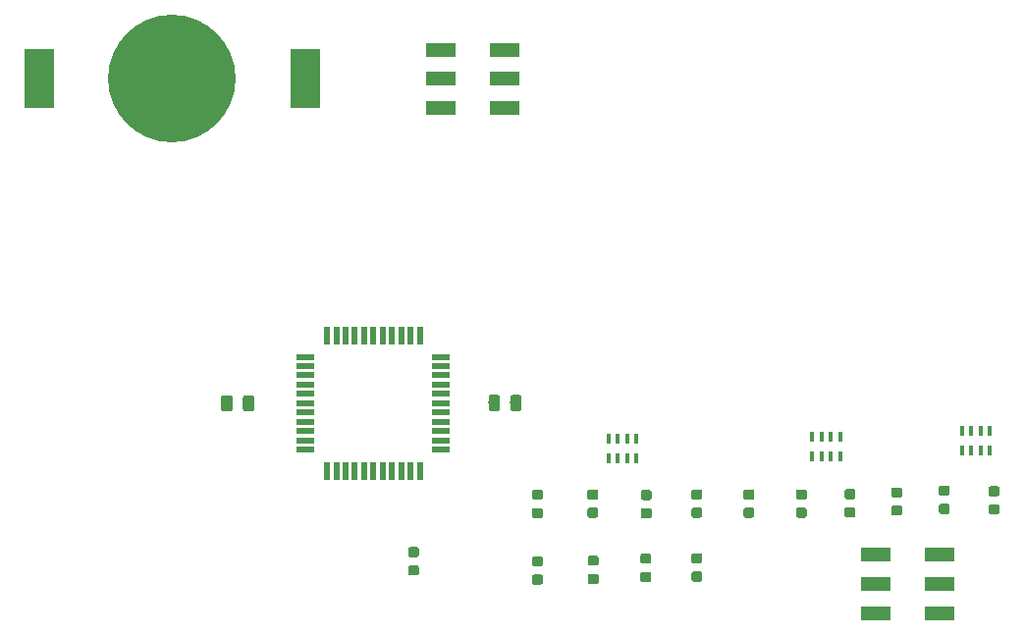
<source format=gbr>
G04 #@! TF.GenerationSoftware,KiCad,Pcbnew,5.0.2-bee76a0~70~ubuntu16.04.1*
G04 #@! TF.CreationDate,2020-03-15T16:03:58-07:00*
G04 #@! TF.ProjectId,pic18f_DB_Ethernet,70696331-3866-45f4-9442-5f4574686572,rev?*
G04 #@! TF.SameCoordinates,Original*
G04 #@! TF.FileFunction,Paste,Top*
G04 #@! TF.FilePolarity,Positive*
%FSLAX46Y46*%
G04 Gerber Fmt 4.6, Leading zero omitted, Abs format (unit mm)*
G04 Created by KiCad (PCBNEW 5.0.2-bee76a0~70~ubuntu16.04.1) date Sun 15 Mar 2020 16:03:58 PDT*
%MOMM*%
%LPD*%
G01*
G04 APERTURE LIST*
%ADD10C,0.100000*%
%ADD11C,0.975000*%
%ADD12C,0.875000*%
%ADD13R,0.400000X0.900000*%
%ADD14R,1.600000X0.560000*%
%ADD15R,0.560000X1.600000*%
%ADD16C,11.000000*%
%ADD17R,2.500000X5.100000*%
%ADD18R,2.500000X1.200000*%
G04 APERTURE END LIST*
D10*
G04 #@! TO.C,C1*
G36*
X151651642Y-125056574D02*
X151675303Y-125060084D01*
X151698507Y-125065896D01*
X151721029Y-125073954D01*
X151742653Y-125084182D01*
X151763170Y-125096479D01*
X151782383Y-125110729D01*
X151800107Y-125126793D01*
X151816171Y-125144517D01*
X151830421Y-125163730D01*
X151842718Y-125184247D01*
X151852946Y-125205871D01*
X151861004Y-125228393D01*
X151866816Y-125251597D01*
X151870326Y-125275258D01*
X151871500Y-125299150D01*
X151871500Y-126211650D01*
X151870326Y-126235542D01*
X151866816Y-126259203D01*
X151861004Y-126282407D01*
X151852946Y-126304929D01*
X151842718Y-126326553D01*
X151830421Y-126347070D01*
X151816171Y-126366283D01*
X151800107Y-126384007D01*
X151782383Y-126400071D01*
X151763170Y-126414321D01*
X151742653Y-126426618D01*
X151721029Y-126436846D01*
X151698507Y-126444904D01*
X151675303Y-126450716D01*
X151651642Y-126454226D01*
X151627750Y-126455400D01*
X151140250Y-126455400D01*
X151116358Y-126454226D01*
X151092697Y-126450716D01*
X151069493Y-126444904D01*
X151046971Y-126436846D01*
X151025347Y-126426618D01*
X151004830Y-126414321D01*
X150985617Y-126400071D01*
X150967893Y-126384007D01*
X150951829Y-126366283D01*
X150937579Y-126347070D01*
X150925282Y-126326553D01*
X150915054Y-126304929D01*
X150906996Y-126282407D01*
X150901184Y-126259203D01*
X150897674Y-126235542D01*
X150896500Y-126211650D01*
X150896500Y-125299150D01*
X150897674Y-125275258D01*
X150901184Y-125251597D01*
X150906996Y-125228393D01*
X150915054Y-125205871D01*
X150925282Y-125184247D01*
X150937579Y-125163730D01*
X150951829Y-125144517D01*
X150967893Y-125126793D01*
X150985617Y-125110729D01*
X151004830Y-125096479D01*
X151025347Y-125084182D01*
X151046971Y-125073954D01*
X151069493Y-125065896D01*
X151092697Y-125060084D01*
X151116358Y-125056574D01*
X151140250Y-125055400D01*
X151627750Y-125055400D01*
X151651642Y-125056574D01*
X151651642Y-125056574D01*
G37*
D11*
X151384000Y-125755400D03*
D10*
G36*
X153526642Y-125056574D02*
X153550303Y-125060084D01*
X153573507Y-125065896D01*
X153596029Y-125073954D01*
X153617653Y-125084182D01*
X153638170Y-125096479D01*
X153657383Y-125110729D01*
X153675107Y-125126793D01*
X153691171Y-125144517D01*
X153705421Y-125163730D01*
X153717718Y-125184247D01*
X153727946Y-125205871D01*
X153736004Y-125228393D01*
X153741816Y-125251597D01*
X153745326Y-125275258D01*
X153746500Y-125299150D01*
X153746500Y-126211650D01*
X153745326Y-126235542D01*
X153741816Y-126259203D01*
X153736004Y-126282407D01*
X153727946Y-126304929D01*
X153717718Y-126326553D01*
X153705421Y-126347070D01*
X153691171Y-126366283D01*
X153675107Y-126384007D01*
X153657383Y-126400071D01*
X153638170Y-126414321D01*
X153617653Y-126426618D01*
X153596029Y-126436846D01*
X153573507Y-126444904D01*
X153550303Y-126450716D01*
X153526642Y-126454226D01*
X153502750Y-126455400D01*
X153015250Y-126455400D01*
X152991358Y-126454226D01*
X152967697Y-126450716D01*
X152944493Y-126444904D01*
X152921971Y-126436846D01*
X152900347Y-126426618D01*
X152879830Y-126414321D01*
X152860617Y-126400071D01*
X152842893Y-126384007D01*
X152826829Y-126366283D01*
X152812579Y-126347070D01*
X152800282Y-126326553D01*
X152790054Y-126304929D01*
X152781996Y-126282407D01*
X152776184Y-126259203D01*
X152772674Y-126235542D01*
X152771500Y-126211650D01*
X152771500Y-125299150D01*
X152772674Y-125275258D01*
X152776184Y-125251597D01*
X152781996Y-125228393D01*
X152790054Y-125205871D01*
X152800282Y-125184247D01*
X152812579Y-125163730D01*
X152826829Y-125144517D01*
X152842893Y-125126793D01*
X152860617Y-125110729D01*
X152879830Y-125096479D01*
X152900347Y-125084182D01*
X152921971Y-125073954D01*
X152944493Y-125065896D01*
X152967697Y-125060084D01*
X152991358Y-125056574D01*
X153015250Y-125055400D01*
X153502750Y-125055400D01*
X153526642Y-125056574D01*
X153526642Y-125056574D01*
G37*
D11*
X153259000Y-125755400D03*
G04 #@! TD*
D10*
G04 #@! TO.C,C2*
G36*
X130468042Y-125081974D02*
X130491703Y-125085484D01*
X130514907Y-125091296D01*
X130537429Y-125099354D01*
X130559053Y-125109582D01*
X130579570Y-125121879D01*
X130598783Y-125136129D01*
X130616507Y-125152193D01*
X130632571Y-125169917D01*
X130646821Y-125189130D01*
X130659118Y-125209647D01*
X130669346Y-125231271D01*
X130677404Y-125253793D01*
X130683216Y-125276997D01*
X130686726Y-125300658D01*
X130687900Y-125324550D01*
X130687900Y-126237050D01*
X130686726Y-126260942D01*
X130683216Y-126284603D01*
X130677404Y-126307807D01*
X130669346Y-126330329D01*
X130659118Y-126351953D01*
X130646821Y-126372470D01*
X130632571Y-126391683D01*
X130616507Y-126409407D01*
X130598783Y-126425471D01*
X130579570Y-126439721D01*
X130559053Y-126452018D01*
X130537429Y-126462246D01*
X130514907Y-126470304D01*
X130491703Y-126476116D01*
X130468042Y-126479626D01*
X130444150Y-126480800D01*
X129956650Y-126480800D01*
X129932758Y-126479626D01*
X129909097Y-126476116D01*
X129885893Y-126470304D01*
X129863371Y-126462246D01*
X129841747Y-126452018D01*
X129821230Y-126439721D01*
X129802017Y-126425471D01*
X129784293Y-126409407D01*
X129768229Y-126391683D01*
X129753979Y-126372470D01*
X129741682Y-126351953D01*
X129731454Y-126330329D01*
X129723396Y-126307807D01*
X129717584Y-126284603D01*
X129714074Y-126260942D01*
X129712900Y-126237050D01*
X129712900Y-125324550D01*
X129714074Y-125300658D01*
X129717584Y-125276997D01*
X129723396Y-125253793D01*
X129731454Y-125231271D01*
X129741682Y-125209647D01*
X129753979Y-125189130D01*
X129768229Y-125169917D01*
X129784293Y-125152193D01*
X129802017Y-125136129D01*
X129821230Y-125121879D01*
X129841747Y-125109582D01*
X129863371Y-125099354D01*
X129885893Y-125091296D01*
X129909097Y-125085484D01*
X129932758Y-125081974D01*
X129956650Y-125080800D01*
X130444150Y-125080800D01*
X130468042Y-125081974D01*
X130468042Y-125081974D01*
G37*
D11*
X130200400Y-125780800D03*
D10*
G36*
X128593042Y-125081974D02*
X128616703Y-125085484D01*
X128639907Y-125091296D01*
X128662429Y-125099354D01*
X128684053Y-125109582D01*
X128704570Y-125121879D01*
X128723783Y-125136129D01*
X128741507Y-125152193D01*
X128757571Y-125169917D01*
X128771821Y-125189130D01*
X128784118Y-125209647D01*
X128794346Y-125231271D01*
X128802404Y-125253793D01*
X128808216Y-125276997D01*
X128811726Y-125300658D01*
X128812900Y-125324550D01*
X128812900Y-126237050D01*
X128811726Y-126260942D01*
X128808216Y-126284603D01*
X128802404Y-126307807D01*
X128794346Y-126330329D01*
X128784118Y-126351953D01*
X128771821Y-126372470D01*
X128757571Y-126391683D01*
X128741507Y-126409407D01*
X128723783Y-126425471D01*
X128704570Y-126439721D01*
X128684053Y-126452018D01*
X128662429Y-126462246D01*
X128639907Y-126470304D01*
X128616703Y-126476116D01*
X128593042Y-126479626D01*
X128569150Y-126480800D01*
X128081650Y-126480800D01*
X128057758Y-126479626D01*
X128034097Y-126476116D01*
X128010893Y-126470304D01*
X127988371Y-126462246D01*
X127966747Y-126452018D01*
X127946230Y-126439721D01*
X127927017Y-126425471D01*
X127909293Y-126409407D01*
X127893229Y-126391683D01*
X127878979Y-126372470D01*
X127866682Y-126351953D01*
X127856454Y-126330329D01*
X127848396Y-126307807D01*
X127842584Y-126284603D01*
X127839074Y-126260942D01*
X127837900Y-126237050D01*
X127837900Y-125324550D01*
X127839074Y-125300658D01*
X127842584Y-125276997D01*
X127848396Y-125253793D01*
X127856454Y-125231271D01*
X127866682Y-125209647D01*
X127878979Y-125189130D01*
X127893229Y-125169917D01*
X127909293Y-125152193D01*
X127927017Y-125136129D01*
X127946230Y-125121879D01*
X127966747Y-125109582D01*
X127988371Y-125099354D01*
X128010893Y-125091296D01*
X128034097Y-125085484D01*
X128057758Y-125081974D01*
X128081650Y-125080800D01*
X128569150Y-125080800D01*
X128593042Y-125081974D01*
X128593042Y-125081974D01*
G37*
D11*
X128325400Y-125780800D03*
G04 #@! TD*
D10*
G04 #@! TO.C,D1*
G36*
X155395491Y-133243653D02*
X155416726Y-133246803D01*
X155437550Y-133252019D01*
X155457762Y-133259251D01*
X155477168Y-133268430D01*
X155495581Y-133279466D01*
X155512824Y-133292254D01*
X155528730Y-133306670D01*
X155543146Y-133322576D01*
X155555934Y-133339819D01*
X155566970Y-133358232D01*
X155576149Y-133377638D01*
X155583381Y-133397850D01*
X155588597Y-133418674D01*
X155591747Y-133439909D01*
X155592800Y-133461350D01*
X155592800Y-133898850D01*
X155591747Y-133920291D01*
X155588597Y-133941526D01*
X155583381Y-133962350D01*
X155576149Y-133982562D01*
X155566970Y-134001968D01*
X155555934Y-134020381D01*
X155543146Y-134037624D01*
X155528730Y-134053530D01*
X155512824Y-134067946D01*
X155495581Y-134080734D01*
X155477168Y-134091770D01*
X155457762Y-134100949D01*
X155437550Y-134108181D01*
X155416726Y-134113397D01*
X155395491Y-134116547D01*
X155374050Y-134117600D01*
X154861550Y-134117600D01*
X154840109Y-134116547D01*
X154818874Y-134113397D01*
X154798050Y-134108181D01*
X154777838Y-134100949D01*
X154758432Y-134091770D01*
X154740019Y-134080734D01*
X154722776Y-134067946D01*
X154706870Y-134053530D01*
X154692454Y-134037624D01*
X154679666Y-134020381D01*
X154668630Y-134001968D01*
X154659451Y-133982562D01*
X154652219Y-133962350D01*
X154647003Y-133941526D01*
X154643853Y-133920291D01*
X154642800Y-133898850D01*
X154642800Y-133461350D01*
X154643853Y-133439909D01*
X154647003Y-133418674D01*
X154652219Y-133397850D01*
X154659451Y-133377638D01*
X154668630Y-133358232D01*
X154679666Y-133339819D01*
X154692454Y-133322576D01*
X154706870Y-133306670D01*
X154722776Y-133292254D01*
X154740019Y-133279466D01*
X154758432Y-133268430D01*
X154777838Y-133259251D01*
X154798050Y-133252019D01*
X154818874Y-133246803D01*
X154840109Y-133243653D01*
X154861550Y-133242600D01*
X155374050Y-133242600D01*
X155395491Y-133243653D01*
X155395491Y-133243653D01*
G37*
D12*
X155117800Y-133680100D03*
D10*
G36*
X155395491Y-134818653D02*
X155416726Y-134821803D01*
X155437550Y-134827019D01*
X155457762Y-134834251D01*
X155477168Y-134843430D01*
X155495581Y-134854466D01*
X155512824Y-134867254D01*
X155528730Y-134881670D01*
X155543146Y-134897576D01*
X155555934Y-134914819D01*
X155566970Y-134933232D01*
X155576149Y-134952638D01*
X155583381Y-134972850D01*
X155588597Y-134993674D01*
X155591747Y-135014909D01*
X155592800Y-135036350D01*
X155592800Y-135473850D01*
X155591747Y-135495291D01*
X155588597Y-135516526D01*
X155583381Y-135537350D01*
X155576149Y-135557562D01*
X155566970Y-135576968D01*
X155555934Y-135595381D01*
X155543146Y-135612624D01*
X155528730Y-135628530D01*
X155512824Y-135642946D01*
X155495581Y-135655734D01*
X155477168Y-135666770D01*
X155457762Y-135675949D01*
X155437550Y-135683181D01*
X155416726Y-135688397D01*
X155395491Y-135691547D01*
X155374050Y-135692600D01*
X154861550Y-135692600D01*
X154840109Y-135691547D01*
X154818874Y-135688397D01*
X154798050Y-135683181D01*
X154777838Y-135675949D01*
X154758432Y-135666770D01*
X154740019Y-135655734D01*
X154722776Y-135642946D01*
X154706870Y-135628530D01*
X154692454Y-135612624D01*
X154679666Y-135595381D01*
X154668630Y-135576968D01*
X154659451Y-135557562D01*
X154652219Y-135537350D01*
X154647003Y-135516526D01*
X154643853Y-135495291D01*
X154642800Y-135473850D01*
X154642800Y-135036350D01*
X154643853Y-135014909D01*
X154647003Y-134993674D01*
X154652219Y-134972850D01*
X154659451Y-134952638D01*
X154668630Y-134933232D01*
X154679666Y-134914819D01*
X154692454Y-134897576D01*
X154706870Y-134881670D01*
X154722776Y-134867254D01*
X154740019Y-134854466D01*
X154758432Y-134843430D01*
X154777838Y-134834251D01*
X154798050Y-134827019D01*
X154818874Y-134821803D01*
X154840109Y-134818653D01*
X154861550Y-134817600D01*
X155374050Y-134817600D01*
X155395491Y-134818653D01*
X155395491Y-134818653D01*
G37*
D12*
X155117800Y-135255100D03*
G04 #@! TD*
D10*
G04 #@! TO.C,D2*
G36*
X160170691Y-134793153D02*
X160191926Y-134796303D01*
X160212750Y-134801519D01*
X160232962Y-134808751D01*
X160252368Y-134817930D01*
X160270781Y-134828966D01*
X160288024Y-134841754D01*
X160303930Y-134856170D01*
X160318346Y-134872076D01*
X160331134Y-134889319D01*
X160342170Y-134907732D01*
X160351349Y-134927138D01*
X160358581Y-134947350D01*
X160363797Y-134968174D01*
X160366947Y-134989409D01*
X160368000Y-135010850D01*
X160368000Y-135448350D01*
X160366947Y-135469791D01*
X160363797Y-135491026D01*
X160358581Y-135511850D01*
X160351349Y-135532062D01*
X160342170Y-135551468D01*
X160331134Y-135569881D01*
X160318346Y-135587124D01*
X160303930Y-135603030D01*
X160288024Y-135617446D01*
X160270781Y-135630234D01*
X160252368Y-135641270D01*
X160232962Y-135650449D01*
X160212750Y-135657681D01*
X160191926Y-135662897D01*
X160170691Y-135666047D01*
X160149250Y-135667100D01*
X159636750Y-135667100D01*
X159615309Y-135666047D01*
X159594074Y-135662897D01*
X159573250Y-135657681D01*
X159553038Y-135650449D01*
X159533632Y-135641270D01*
X159515219Y-135630234D01*
X159497976Y-135617446D01*
X159482070Y-135603030D01*
X159467654Y-135587124D01*
X159454866Y-135569881D01*
X159443830Y-135551468D01*
X159434651Y-135532062D01*
X159427419Y-135511850D01*
X159422203Y-135491026D01*
X159419053Y-135469791D01*
X159418000Y-135448350D01*
X159418000Y-135010850D01*
X159419053Y-134989409D01*
X159422203Y-134968174D01*
X159427419Y-134947350D01*
X159434651Y-134927138D01*
X159443830Y-134907732D01*
X159454866Y-134889319D01*
X159467654Y-134872076D01*
X159482070Y-134856170D01*
X159497976Y-134841754D01*
X159515219Y-134828966D01*
X159533632Y-134817930D01*
X159553038Y-134808751D01*
X159573250Y-134801519D01*
X159594074Y-134796303D01*
X159615309Y-134793153D01*
X159636750Y-134792100D01*
X160149250Y-134792100D01*
X160170691Y-134793153D01*
X160170691Y-134793153D01*
G37*
D12*
X159893000Y-135229600D03*
D10*
G36*
X160170691Y-133218153D02*
X160191926Y-133221303D01*
X160212750Y-133226519D01*
X160232962Y-133233751D01*
X160252368Y-133242930D01*
X160270781Y-133253966D01*
X160288024Y-133266754D01*
X160303930Y-133281170D01*
X160318346Y-133297076D01*
X160331134Y-133314319D01*
X160342170Y-133332732D01*
X160351349Y-133352138D01*
X160358581Y-133372350D01*
X160363797Y-133393174D01*
X160366947Y-133414409D01*
X160368000Y-133435850D01*
X160368000Y-133873350D01*
X160366947Y-133894791D01*
X160363797Y-133916026D01*
X160358581Y-133936850D01*
X160351349Y-133957062D01*
X160342170Y-133976468D01*
X160331134Y-133994881D01*
X160318346Y-134012124D01*
X160303930Y-134028030D01*
X160288024Y-134042446D01*
X160270781Y-134055234D01*
X160252368Y-134066270D01*
X160232962Y-134075449D01*
X160212750Y-134082681D01*
X160191926Y-134087897D01*
X160170691Y-134091047D01*
X160149250Y-134092100D01*
X159636750Y-134092100D01*
X159615309Y-134091047D01*
X159594074Y-134087897D01*
X159573250Y-134082681D01*
X159553038Y-134075449D01*
X159533632Y-134066270D01*
X159515219Y-134055234D01*
X159497976Y-134042446D01*
X159482070Y-134028030D01*
X159467654Y-134012124D01*
X159454866Y-133994881D01*
X159443830Y-133976468D01*
X159434651Y-133957062D01*
X159427419Y-133936850D01*
X159422203Y-133916026D01*
X159419053Y-133894791D01*
X159418000Y-133873350D01*
X159418000Y-133435850D01*
X159419053Y-133414409D01*
X159422203Y-133393174D01*
X159427419Y-133372350D01*
X159434651Y-133352138D01*
X159443830Y-133332732D01*
X159454866Y-133314319D01*
X159467654Y-133297076D01*
X159482070Y-133281170D01*
X159497976Y-133266754D01*
X159515219Y-133253966D01*
X159533632Y-133242930D01*
X159553038Y-133233751D01*
X159573250Y-133226519D01*
X159594074Y-133221303D01*
X159615309Y-133218153D01*
X159636750Y-133217100D01*
X160149250Y-133217100D01*
X160170691Y-133218153D01*
X160170691Y-133218153D01*
G37*
D12*
X159893000Y-133654600D03*
G04 #@! TD*
D10*
G04 #@! TO.C,D3*
G36*
X164768091Y-133269053D02*
X164789326Y-133272203D01*
X164810150Y-133277419D01*
X164830362Y-133284651D01*
X164849768Y-133293830D01*
X164868181Y-133304866D01*
X164885424Y-133317654D01*
X164901330Y-133332070D01*
X164915746Y-133347976D01*
X164928534Y-133365219D01*
X164939570Y-133383632D01*
X164948749Y-133403038D01*
X164955981Y-133423250D01*
X164961197Y-133444074D01*
X164964347Y-133465309D01*
X164965400Y-133486750D01*
X164965400Y-133924250D01*
X164964347Y-133945691D01*
X164961197Y-133966926D01*
X164955981Y-133987750D01*
X164948749Y-134007962D01*
X164939570Y-134027368D01*
X164928534Y-134045781D01*
X164915746Y-134063024D01*
X164901330Y-134078930D01*
X164885424Y-134093346D01*
X164868181Y-134106134D01*
X164849768Y-134117170D01*
X164830362Y-134126349D01*
X164810150Y-134133581D01*
X164789326Y-134138797D01*
X164768091Y-134141947D01*
X164746650Y-134143000D01*
X164234150Y-134143000D01*
X164212709Y-134141947D01*
X164191474Y-134138797D01*
X164170650Y-134133581D01*
X164150438Y-134126349D01*
X164131032Y-134117170D01*
X164112619Y-134106134D01*
X164095376Y-134093346D01*
X164079470Y-134078930D01*
X164065054Y-134063024D01*
X164052266Y-134045781D01*
X164041230Y-134027368D01*
X164032051Y-134007962D01*
X164024819Y-133987750D01*
X164019603Y-133966926D01*
X164016453Y-133945691D01*
X164015400Y-133924250D01*
X164015400Y-133486750D01*
X164016453Y-133465309D01*
X164019603Y-133444074D01*
X164024819Y-133423250D01*
X164032051Y-133403038D01*
X164041230Y-133383632D01*
X164052266Y-133365219D01*
X164065054Y-133347976D01*
X164079470Y-133332070D01*
X164095376Y-133317654D01*
X164112619Y-133304866D01*
X164131032Y-133293830D01*
X164150438Y-133284651D01*
X164170650Y-133277419D01*
X164191474Y-133272203D01*
X164212709Y-133269053D01*
X164234150Y-133268000D01*
X164746650Y-133268000D01*
X164768091Y-133269053D01*
X164768091Y-133269053D01*
G37*
D12*
X164490400Y-133705500D03*
D10*
G36*
X164768091Y-134844053D02*
X164789326Y-134847203D01*
X164810150Y-134852419D01*
X164830362Y-134859651D01*
X164849768Y-134868830D01*
X164868181Y-134879866D01*
X164885424Y-134892654D01*
X164901330Y-134907070D01*
X164915746Y-134922976D01*
X164928534Y-134940219D01*
X164939570Y-134958632D01*
X164948749Y-134978038D01*
X164955981Y-134998250D01*
X164961197Y-135019074D01*
X164964347Y-135040309D01*
X164965400Y-135061750D01*
X164965400Y-135499250D01*
X164964347Y-135520691D01*
X164961197Y-135541926D01*
X164955981Y-135562750D01*
X164948749Y-135582962D01*
X164939570Y-135602368D01*
X164928534Y-135620781D01*
X164915746Y-135638024D01*
X164901330Y-135653930D01*
X164885424Y-135668346D01*
X164868181Y-135681134D01*
X164849768Y-135692170D01*
X164830362Y-135701349D01*
X164810150Y-135708581D01*
X164789326Y-135713797D01*
X164768091Y-135716947D01*
X164746650Y-135718000D01*
X164234150Y-135718000D01*
X164212709Y-135716947D01*
X164191474Y-135713797D01*
X164170650Y-135708581D01*
X164150438Y-135701349D01*
X164131032Y-135692170D01*
X164112619Y-135681134D01*
X164095376Y-135668346D01*
X164079470Y-135653930D01*
X164065054Y-135638024D01*
X164052266Y-135620781D01*
X164041230Y-135602368D01*
X164032051Y-135582962D01*
X164024819Y-135562750D01*
X164019603Y-135541926D01*
X164016453Y-135520691D01*
X164015400Y-135499250D01*
X164015400Y-135061750D01*
X164016453Y-135040309D01*
X164019603Y-135019074D01*
X164024819Y-134998250D01*
X164032051Y-134978038D01*
X164041230Y-134958632D01*
X164052266Y-134940219D01*
X164065054Y-134922976D01*
X164079470Y-134907070D01*
X164095376Y-134892654D01*
X164112619Y-134879866D01*
X164131032Y-134868830D01*
X164150438Y-134859651D01*
X164170650Y-134852419D01*
X164191474Y-134847203D01*
X164212709Y-134844053D01*
X164234150Y-134843000D01*
X164746650Y-134843000D01*
X164768091Y-134844053D01*
X164768091Y-134844053D01*
G37*
D12*
X164490400Y-135280500D03*
G04 #@! TD*
D10*
G04 #@! TO.C,D4*
G36*
X169136891Y-134793253D02*
X169158126Y-134796403D01*
X169178950Y-134801619D01*
X169199162Y-134808851D01*
X169218568Y-134818030D01*
X169236981Y-134829066D01*
X169254224Y-134841854D01*
X169270130Y-134856270D01*
X169284546Y-134872176D01*
X169297334Y-134889419D01*
X169308370Y-134907832D01*
X169317549Y-134927238D01*
X169324781Y-134947450D01*
X169329997Y-134968274D01*
X169333147Y-134989509D01*
X169334200Y-135010950D01*
X169334200Y-135448450D01*
X169333147Y-135469891D01*
X169329997Y-135491126D01*
X169324781Y-135511950D01*
X169317549Y-135532162D01*
X169308370Y-135551568D01*
X169297334Y-135569981D01*
X169284546Y-135587224D01*
X169270130Y-135603130D01*
X169254224Y-135617546D01*
X169236981Y-135630334D01*
X169218568Y-135641370D01*
X169199162Y-135650549D01*
X169178950Y-135657781D01*
X169158126Y-135662997D01*
X169136891Y-135666147D01*
X169115450Y-135667200D01*
X168602950Y-135667200D01*
X168581509Y-135666147D01*
X168560274Y-135662997D01*
X168539450Y-135657781D01*
X168519238Y-135650549D01*
X168499832Y-135641370D01*
X168481419Y-135630334D01*
X168464176Y-135617546D01*
X168448270Y-135603130D01*
X168433854Y-135587224D01*
X168421066Y-135569981D01*
X168410030Y-135551568D01*
X168400851Y-135532162D01*
X168393619Y-135511950D01*
X168388403Y-135491126D01*
X168385253Y-135469891D01*
X168384200Y-135448450D01*
X168384200Y-135010950D01*
X168385253Y-134989509D01*
X168388403Y-134968274D01*
X168393619Y-134947450D01*
X168400851Y-134927238D01*
X168410030Y-134907832D01*
X168421066Y-134889419D01*
X168433854Y-134872176D01*
X168448270Y-134856270D01*
X168464176Y-134841854D01*
X168481419Y-134829066D01*
X168499832Y-134818030D01*
X168519238Y-134808851D01*
X168539450Y-134801619D01*
X168560274Y-134796403D01*
X168581509Y-134793253D01*
X168602950Y-134792200D01*
X169115450Y-134792200D01*
X169136891Y-134793253D01*
X169136891Y-134793253D01*
G37*
D12*
X168859200Y-135229700D03*
D10*
G36*
X169136891Y-133218253D02*
X169158126Y-133221403D01*
X169178950Y-133226619D01*
X169199162Y-133233851D01*
X169218568Y-133243030D01*
X169236981Y-133254066D01*
X169254224Y-133266854D01*
X169270130Y-133281270D01*
X169284546Y-133297176D01*
X169297334Y-133314419D01*
X169308370Y-133332832D01*
X169317549Y-133352238D01*
X169324781Y-133372450D01*
X169329997Y-133393274D01*
X169333147Y-133414509D01*
X169334200Y-133435950D01*
X169334200Y-133873450D01*
X169333147Y-133894891D01*
X169329997Y-133916126D01*
X169324781Y-133936950D01*
X169317549Y-133957162D01*
X169308370Y-133976568D01*
X169297334Y-133994981D01*
X169284546Y-134012224D01*
X169270130Y-134028130D01*
X169254224Y-134042546D01*
X169236981Y-134055334D01*
X169218568Y-134066370D01*
X169199162Y-134075549D01*
X169178950Y-134082781D01*
X169158126Y-134087997D01*
X169136891Y-134091147D01*
X169115450Y-134092200D01*
X168602950Y-134092200D01*
X168581509Y-134091147D01*
X168560274Y-134087997D01*
X168539450Y-134082781D01*
X168519238Y-134075549D01*
X168499832Y-134066370D01*
X168481419Y-134055334D01*
X168464176Y-134042546D01*
X168448270Y-134028130D01*
X168433854Y-134012224D01*
X168421066Y-133994981D01*
X168410030Y-133976568D01*
X168400851Y-133957162D01*
X168393619Y-133936950D01*
X168388403Y-133916126D01*
X168385253Y-133894891D01*
X168384200Y-133873450D01*
X168384200Y-133435950D01*
X168385253Y-133414509D01*
X168388403Y-133393274D01*
X168393619Y-133372450D01*
X168400851Y-133352238D01*
X168410030Y-133332832D01*
X168421066Y-133314419D01*
X168433854Y-133297176D01*
X168448270Y-133281270D01*
X168464176Y-133266854D01*
X168481419Y-133254066D01*
X168499832Y-133243030D01*
X168519238Y-133233851D01*
X168539450Y-133226619D01*
X168560274Y-133221403D01*
X168581509Y-133218253D01*
X168602950Y-133217200D01*
X169115450Y-133217200D01*
X169136891Y-133218253D01*
X169136891Y-133218253D01*
G37*
D12*
X168859200Y-133654700D03*
G04 #@! TD*
D10*
G04 #@! TO.C,D5*
G36*
X173632691Y-133218153D02*
X173653926Y-133221303D01*
X173674750Y-133226519D01*
X173694962Y-133233751D01*
X173714368Y-133242930D01*
X173732781Y-133253966D01*
X173750024Y-133266754D01*
X173765930Y-133281170D01*
X173780346Y-133297076D01*
X173793134Y-133314319D01*
X173804170Y-133332732D01*
X173813349Y-133352138D01*
X173820581Y-133372350D01*
X173825797Y-133393174D01*
X173828947Y-133414409D01*
X173830000Y-133435850D01*
X173830000Y-133873350D01*
X173828947Y-133894791D01*
X173825797Y-133916026D01*
X173820581Y-133936850D01*
X173813349Y-133957062D01*
X173804170Y-133976468D01*
X173793134Y-133994881D01*
X173780346Y-134012124D01*
X173765930Y-134028030D01*
X173750024Y-134042446D01*
X173732781Y-134055234D01*
X173714368Y-134066270D01*
X173694962Y-134075449D01*
X173674750Y-134082681D01*
X173653926Y-134087897D01*
X173632691Y-134091047D01*
X173611250Y-134092100D01*
X173098750Y-134092100D01*
X173077309Y-134091047D01*
X173056074Y-134087897D01*
X173035250Y-134082681D01*
X173015038Y-134075449D01*
X172995632Y-134066270D01*
X172977219Y-134055234D01*
X172959976Y-134042446D01*
X172944070Y-134028030D01*
X172929654Y-134012124D01*
X172916866Y-133994881D01*
X172905830Y-133976468D01*
X172896651Y-133957062D01*
X172889419Y-133936850D01*
X172884203Y-133916026D01*
X172881053Y-133894791D01*
X172880000Y-133873350D01*
X172880000Y-133435850D01*
X172881053Y-133414409D01*
X172884203Y-133393174D01*
X172889419Y-133372350D01*
X172896651Y-133352138D01*
X172905830Y-133332732D01*
X172916866Y-133314319D01*
X172929654Y-133297076D01*
X172944070Y-133281170D01*
X172959976Y-133266754D01*
X172977219Y-133253966D01*
X172995632Y-133242930D01*
X173015038Y-133233751D01*
X173035250Y-133226519D01*
X173056074Y-133221303D01*
X173077309Y-133218153D01*
X173098750Y-133217100D01*
X173611250Y-133217100D01*
X173632691Y-133218153D01*
X173632691Y-133218153D01*
G37*
D12*
X173355000Y-133654600D03*
D10*
G36*
X173632691Y-134793153D02*
X173653926Y-134796303D01*
X173674750Y-134801519D01*
X173694962Y-134808751D01*
X173714368Y-134817930D01*
X173732781Y-134828966D01*
X173750024Y-134841754D01*
X173765930Y-134856170D01*
X173780346Y-134872076D01*
X173793134Y-134889319D01*
X173804170Y-134907732D01*
X173813349Y-134927138D01*
X173820581Y-134947350D01*
X173825797Y-134968174D01*
X173828947Y-134989409D01*
X173830000Y-135010850D01*
X173830000Y-135448350D01*
X173828947Y-135469791D01*
X173825797Y-135491026D01*
X173820581Y-135511850D01*
X173813349Y-135532062D01*
X173804170Y-135551468D01*
X173793134Y-135569881D01*
X173780346Y-135587124D01*
X173765930Y-135603030D01*
X173750024Y-135617446D01*
X173732781Y-135630234D01*
X173714368Y-135641270D01*
X173694962Y-135650449D01*
X173674750Y-135657681D01*
X173653926Y-135662897D01*
X173632691Y-135666047D01*
X173611250Y-135667100D01*
X173098750Y-135667100D01*
X173077309Y-135666047D01*
X173056074Y-135662897D01*
X173035250Y-135657681D01*
X173015038Y-135650449D01*
X172995632Y-135641270D01*
X172977219Y-135630234D01*
X172959976Y-135617446D01*
X172944070Y-135603030D01*
X172929654Y-135587124D01*
X172916866Y-135569881D01*
X172905830Y-135551468D01*
X172896651Y-135532062D01*
X172889419Y-135511850D01*
X172884203Y-135491026D01*
X172881053Y-135469791D01*
X172880000Y-135448350D01*
X172880000Y-135010850D01*
X172881053Y-134989409D01*
X172884203Y-134968174D01*
X172889419Y-134947350D01*
X172896651Y-134927138D01*
X172905830Y-134907732D01*
X172916866Y-134889319D01*
X172929654Y-134872076D01*
X172944070Y-134856170D01*
X172959976Y-134841754D01*
X172977219Y-134828966D01*
X172995632Y-134817930D01*
X173015038Y-134808751D01*
X173035250Y-134801519D01*
X173056074Y-134796303D01*
X173077309Y-134793153D01*
X173098750Y-134792100D01*
X173611250Y-134792100D01*
X173632691Y-134793153D01*
X173632691Y-134793153D01*
G37*
D12*
X173355000Y-135229600D03*
G04 #@! TD*
D10*
G04 #@! TO.C,D6*
G36*
X178153891Y-133218353D02*
X178175126Y-133221503D01*
X178195950Y-133226719D01*
X178216162Y-133233951D01*
X178235568Y-133243130D01*
X178253981Y-133254166D01*
X178271224Y-133266954D01*
X178287130Y-133281370D01*
X178301546Y-133297276D01*
X178314334Y-133314519D01*
X178325370Y-133332932D01*
X178334549Y-133352338D01*
X178341781Y-133372550D01*
X178346997Y-133393374D01*
X178350147Y-133414609D01*
X178351200Y-133436050D01*
X178351200Y-133873550D01*
X178350147Y-133894991D01*
X178346997Y-133916226D01*
X178341781Y-133937050D01*
X178334549Y-133957262D01*
X178325370Y-133976668D01*
X178314334Y-133995081D01*
X178301546Y-134012324D01*
X178287130Y-134028230D01*
X178271224Y-134042646D01*
X178253981Y-134055434D01*
X178235568Y-134066470D01*
X178216162Y-134075649D01*
X178195950Y-134082881D01*
X178175126Y-134088097D01*
X178153891Y-134091247D01*
X178132450Y-134092300D01*
X177619950Y-134092300D01*
X177598509Y-134091247D01*
X177577274Y-134088097D01*
X177556450Y-134082881D01*
X177536238Y-134075649D01*
X177516832Y-134066470D01*
X177498419Y-134055434D01*
X177481176Y-134042646D01*
X177465270Y-134028230D01*
X177450854Y-134012324D01*
X177438066Y-133995081D01*
X177427030Y-133976668D01*
X177417851Y-133957262D01*
X177410619Y-133937050D01*
X177405403Y-133916226D01*
X177402253Y-133894991D01*
X177401200Y-133873550D01*
X177401200Y-133436050D01*
X177402253Y-133414609D01*
X177405403Y-133393374D01*
X177410619Y-133372550D01*
X177417851Y-133352338D01*
X177427030Y-133332932D01*
X177438066Y-133314519D01*
X177450854Y-133297276D01*
X177465270Y-133281370D01*
X177481176Y-133266954D01*
X177498419Y-133254166D01*
X177516832Y-133243130D01*
X177536238Y-133233951D01*
X177556450Y-133226719D01*
X177577274Y-133221503D01*
X177598509Y-133218353D01*
X177619950Y-133217300D01*
X178132450Y-133217300D01*
X178153891Y-133218353D01*
X178153891Y-133218353D01*
G37*
D12*
X177876200Y-133654800D03*
D10*
G36*
X178153891Y-134793353D02*
X178175126Y-134796503D01*
X178195950Y-134801719D01*
X178216162Y-134808951D01*
X178235568Y-134818130D01*
X178253981Y-134829166D01*
X178271224Y-134841954D01*
X178287130Y-134856370D01*
X178301546Y-134872276D01*
X178314334Y-134889519D01*
X178325370Y-134907932D01*
X178334549Y-134927338D01*
X178341781Y-134947550D01*
X178346997Y-134968374D01*
X178350147Y-134989609D01*
X178351200Y-135011050D01*
X178351200Y-135448550D01*
X178350147Y-135469991D01*
X178346997Y-135491226D01*
X178341781Y-135512050D01*
X178334549Y-135532262D01*
X178325370Y-135551668D01*
X178314334Y-135570081D01*
X178301546Y-135587324D01*
X178287130Y-135603230D01*
X178271224Y-135617646D01*
X178253981Y-135630434D01*
X178235568Y-135641470D01*
X178216162Y-135650649D01*
X178195950Y-135657881D01*
X178175126Y-135663097D01*
X178153891Y-135666247D01*
X178132450Y-135667300D01*
X177619950Y-135667300D01*
X177598509Y-135666247D01*
X177577274Y-135663097D01*
X177556450Y-135657881D01*
X177536238Y-135650649D01*
X177516832Y-135641470D01*
X177498419Y-135630434D01*
X177481176Y-135617646D01*
X177465270Y-135603230D01*
X177450854Y-135587324D01*
X177438066Y-135570081D01*
X177427030Y-135551668D01*
X177417851Y-135532262D01*
X177410619Y-135512050D01*
X177405403Y-135491226D01*
X177402253Y-135469991D01*
X177401200Y-135448550D01*
X177401200Y-135011050D01*
X177402253Y-134989609D01*
X177405403Y-134968374D01*
X177410619Y-134947550D01*
X177417851Y-134927338D01*
X177427030Y-134907932D01*
X177438066Y-134889519D01*
X177450854Y-134872276D01*
X177465270Y-134856370D01*
X177481176Y-134841954D01*
X177498419Y-134829166D01*
X177516832Y-134818130D01*
X177536238Y-134808951D01*
X177556450Y-134801719D01*
X177577274Y-134796503D01*
X177598509Y-134793353D01*
X177619950Y-134792300D01*
X178132450Y-134792300D01*
X178153891Y-134793353D01*
X178153891Y-134793353D01*
G37*
D12*
X177876200Y-135229800D03*
G04 #@! TD*
D10*
G04 #@! TO.C,D7*
G36*
X182344891Y-134767853D02*
X182366126Y-134771003D01*
X182386950Y-134776219D01*
X182407162Y-134783451D01*
X182426568Y-134792630D01*
X182444981Y-134803666D01*
X182462224Y-134816454D01*
X182478130Y-134830870D01*
X182492546Y-134846776D01*
X182505334Y-134864019D01*
X182516370Y-134882432D01*
X182525549Y-134901838D01*
X182532781Y-134922050D01*
X182537997Y-134942874D01*
X182541147Y-134964109D01*
X182542200Y-134985550D01*
X182542200Y-135423050D01*
X182541147Y-135444491D01*
X182537997Y-135465726D01*
X182532781Y-135486550D01*
X182525549Y-135506762D01*
X182516370Y-135526168D01*
X182505334Y-135544581D01*
X182492546Y-135561824D01*
X182478130Y-135577730D01*
X182462224Y-135592146D01*
X182444981Y-135604934D01*
X182426568Y-135615970D01*
X182407162Y-135625149D01*
X182386950Y-135632381D01*
X182366126Y-135637597D01*
X182344891Y-135640747D01*
X182323450Y-135641800D01*
X181810950Y-135641800D01*
X181789509Y-135640747D01*
X181768274Y-135637597D01*
X181747450Y-135632381D01*
X181727238Y-135625149D01*
X181707832Y-135615970D01*
X181689419Y-135604934D01*
X181672176Y-135592146D01*
X181656270Y-135577730D01*
X181641854Y-135561824D01*
X181629066Y-135544581D01*
X181618030Y-135526168D01*
X181608851Y-135506762D01*
X181601619Y-135486550D01*
X181596403Y-135465726D01*
X181593253Y-135444491D01*
X181592200Y-135423050D01*
X181592200Y-134985550D01*
X181593253Y-134964109D01*
X181596403Y-134942874D01*
X181601619Y-134922050D01*
X181608851Y-134901838D01*
X181618030Y-134882432D01*
X181629066Y-134864019D01*
X181641854Y-134846776D01*
X181656270Y-134830870D01*
X181672176Y-134816454D01*
X181689419Y-134803666D01*
X181707832Y-134792630D01*
X181727238Y-134783451D01*
X181747450Y-134776219D01*
X181768274Y-134771003D01*
X181789509Y-134767853D01*
X181810950Y-134766800D01*
X182323450Y-134766800D01*
X182344891Y-134767853D01*
X182344891Y-134767853D01*
G37*
D12*
X182067200Y-135204300D03*
D10*
G36*
X182344891Y-133192853D02*
X182366126Y-133196003D01*
X182386950Y-133201219D01*
X182407162Y-133208451D01*
X182426568Y-133217630D01*
X182444981Y-133228666D01*
X182462224Y-133241454D01*
X182478130Y-133255870D01*
X182492546Y-133271776D01*
X182505334Y-133289019D01*
X182516370Y-133307432D01*
X182525549Y-133326838D01*
X182532781Y-133347050D01*
X182537997Y-133367874D01*
X182541147Y-133389109D01*
X182542200Y-133410550D01*
X182542200Y-133848050D01*
X182541147Y-133869491D01*
X182537997Y-133890726D01*
X182532781Y-133911550D01*
X182525549Y-133931762D01*
X182516370Y-133951168D01*
X182505334Y-133969581D01*
X182492546Y-133986824D01*
X182478130Y-134002730D01*
X182462224Y-134017146D01*
X182444981Y-134029934D01*
X182426568Y-134040970D01*
X182407162Y-134050149D01*
X182386950Y-134057381D01*
X182366126Y-134062597D01*
X182344891Y-134065747D01*
X182323450Y-134066800D01*
X181810950Y-134066800D01*
X181789509Y-134065747D01*
X181768274Y-134062597D01*
X181747450Y-134057381D01*
X181727238Y-134050149D01*
X181707832Y-134040970D01*
X181689419Y-134029934D01*
X181672176Y-134017146D01*
X181656270Y-134002730D01*
X181641854Y-133986824D01*
X181629066Y-133969581D01*
X181618030Y-133951168D01*
X181608851Y-133931762D01*
X181601619Y-133911550D01*
X181596403Y-133890726D01*
X181593253Y-133869491D01*
X181592200Y-133848050D01*
X181592200Y-133410550D01*
X181593253Y-133389109D01*
X181596403Y-133367874D01*
X181601619Y-133347050D01*
X181608851Y-133326838D01*
X181618030Y-133307432D01*
X181629066Y-133289019D01*
X181641854Y-133271776D01*
X181656270Y-133255870D01*
X181672176Y-133241454D01*
X181689419Y-133228666D01*
X181707832Y-133217630D01*
X181727238Y-133208451D01*
X181747450Y-133201219D01*
X181768274Y-133196003D01*
X181789509Y-133192853D01*
X181810950Y-133191800D01*
X182323450Y-133191800D01*
X182344891Y-133192853D01*
X182344891Y-133192853D01*
G37*
D12*
X182067200Y-133629300D03*
G04 #@! TD*
D10*
G04 #@! TO.C,D8*
G36*
X186383491Y-134615353D02*
X186404726Y-134618503D01*
X186425550Y-134623719D01*
X186445762Y-134630951D01*
X186465168Y-134640130D01*
X186483581Y-134651166D01*
X186500824Y-134663954D01*
X186516730Y-134678370D01*
X186531146Y-134694276D01*
X186543934Y-134711519D01*
X186554970Y-134729932D01*
X186564149Y-134749338D01*
X186571381Y-134769550D01*
X186576597Y-134790374D01*
X186579747Y-134811609D01*
X186580800Y-134833050D01*
X186580800Y-135270550D01*
X186579747Y-135291991D01*
X186576597Y-135313226D01*
X186571381Y-135334050D01*
X186564149Y-135354262D01*
X186554970Y-135373668D01*
X186543934Y-135392081D01*
X186531146Y-135409324D01*
X186516730Y-135425230D01*
X186500824Y-135439646D01*
X186483581Y-135452434D01*
X186465168Y-135463470D01*
X186445762Y-135472649D01*
X186425550Y-135479881D01*
X186404726Y-135485097D01*
X186383491Y-135488247D01*
X186362050Y-135489300D01*
X185849550Y-135489300D01*
X185828109Y-135488247D01*
X185806874Y-135485097D01*
X185786050Y-135479881D01*
X185765838Y-135472649D01*
X185746432Y-135463470D01*
X185728019Y-135452434D01*
X185710776Y-135439646D01*
X185694870Y-135425230D01*
X185680454Y-135409324D01*
X185667666Y-135392081D01*
X185656630Y-135373668D01*
X185647451Y-135354262D01*
X185640219Y-135334050D01*
X185635003Y-135313226D01*
X185631853Y-135291991D01*
X185630800Y-135270550D01*
X185630800Y-134833050D01*
X185631853Y-134811609D01*
X185635003Y-134790374D01*
X185640219Y-134769550D01*
X185647451Y-134749338D01*
X185656630Y-134729932D01*
X185667666Y-134711519D01*
X185680454Y-134694276D01*
X185694870Y-134678370D01*
X185710776Y-134663954D01*
X185728019Y-134651166D01*
X185746432Y-134640130D01*
X185765838Y-134630951D01*
X185786050Y-134623719D01*
X185806874Y-134618503D01*
X185828109Y-134615353D01*
X185849550Y-134614300D01*
X186362050Y-134614300D01*
X186383491Y-134615353D01*
X186383491Y-134615353D01*
G37*
D12*
X186105800Y-135051800D03*
D10*
G36*
X186383491Y-133040353D02*
X186404726Y-133043503D01*
X186425550Y-133048719D01*
X186445762Y-133055951D01*
X186465168Y-133065130D01*
X186483581Y-133076166D01*
X186500824Y-133088954D01*
X186516730Y-133103370D01*
X186531146Y-133119276D01*
X186543934Y-133136519D01*
X186554970Y-133154932D01*
X186564149Y-133174338D01*
X186571381Y-133194550D01*
X186576597Y-133215374D01*
X186579747Y-133236609D01*
X186580800Y-133258050D01*
X186580800Y-133695550D01*
X186579747Y-133716991D01*
X186576597Y-133738226D01*
X186571381Y-133759050D01*
X186564149Y-133779262D01*
X186554970Y-133798668D01*
X186543934Y-133817081D01*
X186531146Y-133834324D01*
X186516730Y-133850230D01*
X186500824Y-133864646D01*
X186483581Y-133877434D01*
X186465168Y-133888470D01*
X186445762Y-133897649D01*
X186425550Y-133904881D01*
X186404726Y-133910097D01*
X186383491Y-133913247D01*
X186362050Y-133914300D01*
X185849550Y-133914300D01*
X185828109Y-133913247D01*
X185806874Y-133910097D01*
X185786050Y-133904881D01*
X185765838Y-133897649D01*
X185746432Y-133888470D01*
X185728019Y-133877434D01*
X185710776Y-133864646D01*
X185694870Y-133850230D01*
X185680454Y-133834324D01*
X185667666Y-133817081D01*
X185656630Y-133798668D01*
X185647451Y-133779262D01*
X185640219Y-133759050D01*
X185635003Y-133738226D01*
X185631853Y-133716991D01*
X185630800Y-133695550D01*
X185630800Y-133258050D01*
X185631853Y-133236609D01*
X185635003Y-133215374D01*
X185640219Y-133194550D01*
X185647451Y-133174338D01*
X185656630Y-133154932D01*
X185667666Y-133136519D01*
X185680454Y-133119276D01*
X185694870Y-133103370D01*
X185710776Y-133088954D01*
X185728019Y-133076166D01*
X185746432Y-133065130D01*
X185765838Y-133055951D01*
X185786050Y-133048719D01*
X185806874Y-133043503D01*
X185828109Y-133040353D01*
X185849550Y-133039300D01*
X186362050Y-133039300D01*
X186383491Y-133040353D01*
X186383491Y-133040353D01*
G37*
D12*
X186105800Y-133476800D03*
G04 #@! TD*
D10*
G04 #@! TO.C,D9*
G36*
X190472891Y-132887953D02*
X190494126Y-132891103D01*
X190514950Y-132896319D01*
X190535162Y-132903551D01*
X190554568Y-132912730D01*
X190572981Y-132923766D01*
X190590224Y-132936554D01*
X190606130Y-132950970D01*
X190620546Y-132966876D01*
X190633334Y-132984119D01*
X190644370Y-133002532D01*
X190653549Y-133021938D01*
X190660781Y-133042150D01*
X190665997Y-133062974D01*
X190669147Y-133084209D01*
X190670200Y-133105650D01*
X190670200Y-133543150D01*
X190669147Y-133564591D01*
X190665997Y-133585826D01*
X190660781Y-133606650D01*
X190653549Y-133626862D01*
X190644370Y-133646268D01*
X190633334Y-133664681D01*
X190620546Y-133681924D01*
X190606130Y-133697830D01*
X190590224Y-133712246D01*
X190572981Y-133725034D01*
X190554568Y-133736070D01*
X190535162Y-133745249D01*
X190514950Y-133752481D01*
X190494126Y-133757697D01*
X190472891Y-133760847D01*
X190451450Y-133761900D01*
X189938950Y-133761900D01*
X189917509Y-133760847D01*
X189896274Y-133757697D01*
X189875450Y-133752481D01*
X189855238Y-133745249D01*
X189835832Y-133736070D01*
X189817419Y-133725034D01*
X189800176Y-133712246D01*
X189784270Y-133697830D01*
X189769854Y-133681924D01*
X189757066Y-133664681D01*
X189746030Y-133646268D01*
X189736851Y-133626862D01*
X189729619Y-133606650D01*
X189724403Y-133585826D01*
X189721253Y-133564591D01*
X189720200Y-133543150D01*
X189720200Y-133105650D01*
X189721253Y-133084209D01*
X189724403Y-133062974D01*
X189729619Y-133042150D01*
X189736851Y-133021938D01*
X189746030Y-133002532D01*
X189757066Y-132984119D01*
X189769854Y-132966876D01*
X189784270Y-132950970D01*
X189800176Y-132936554D01*
X189817419Y-132923766D01*
X189835832Y-132912730D01*
X189855238Y-132903551D01*
X189875450Y-132896319D01*
X189896274Y-132891103D01*
X189917509Y-132887953D01*
X189938950Y-132886900D01*
X190451450Y-132886900D01*
X190472891Y-132887953D01*
X190472891Y-132887953D01*
G37*
D12*
X190195200Y-133324400D03*
D10*
G36*
X190472891Y-134462953D02*
X190494126Y-134466103D01*
X190514950Y-134471319D01*
X190535162Y-134478551D01*
X190554568Y-134487730D01*
X190572981Y-134498766D01*
X190590224Y-134511554D01*
X190606130Y-134525970D01*
X190620546Y-134541876D01*
X190633334Y-134559119D01*
X190644370Y-134577532D01*
X190653549Y-134596938D01*
X190660781Y-134617150D01*
X190665997Y-134637974D01*
X190669147Y-134659209D01*
X190670200Y-134680650D01*
X190670200Y-135118150D01*
X190669147Y-135139591D01*
X190665997Y-135160826D01*
X190660781Y-135181650D01*
X190653549Y-135201862D01*
X190644370Y-135221268D01*
X190633334Y-135239681D01*
X190620546Y-135256924D01*
X190606130Y-135272830D01*
X190590224Y-135287246D01*
X190572981Y-135300034D01*
X190554568Y-135311070D01*
X190535162Y-135320249D01*
X190514950Y-135327481D01*
X190494126Y-135332697D01*
X190472891Y-135335847D01*
X190451450Y-135336900D01*
X189938950Y-135336900D01*
X189917509Y-135335847D01*
X189896274Y-135332697D01*
X189875450Y-135327481D01*
X189855238Y-135320249D01*
X189835832Y-135311070D01*
X189817419Y-135300034D01*
X189800176Y-135287246D01*
X189784270Y-135272830D01*
X189769854Y-135256924D01*
X189757066Y-135239681D01*
X189746030Y-135221268D01*
X189736851Y-135201862D01*
X189729619Y-135181650D01*
X189724403Y-135160826D01*
X189721253Y-135139591D01*
X189720200Y-135118150D01*
X189720200Y-134680650D01*
X189721253Y-134659209D01*
X189724403Y-134637974D01*
X189729619Y-134617150D01*
X189736851Y-134596938D01*
X189746030Y-134577532D01*
X189757066Y-134559119D01*
X189769854Y-134541876D01*
X189784270Y-134525970D01*
X189800176Y-134511554D01*
X189817419Y-134498766D01*
X189835832Y-134487730D01*
X189855238Y-134478551D01*
X189875450Y-134471319D01*
X189896274Y-134466103D01*
X189917509Y-134462953D01*
X189938950Y-134461900D01*
X190451450Y-134461900D01*
X190472891Y-134462953D01*
X190472891Y-134462953D01*
G37*
D12*
X190195200Y-134899400D03*
G04 #@! TD*
D10*
G04 #@! TO.C,D10*
G36*
X194765491Y-134513753D02*
X194786726Y-134516903D01*
X194807550Y-134522119D01*
X194827762Y-134529351D01*
X194847168Y-134538530D01*
X194865581Y-134549566D01*
X194882824Y-134562354D01*
X194898730Y-134576770D01*
X194913146Y-134592676D01*
X194925934Y-134609919D01*
X194936970Y-134628332D01*
X194946149Y-134647738D01*
X194953381Y-134667950D01*
X194958597Y-134688774D01*
X194961747Y-134710009D01*
X194962800Y-134731450D01*
X194962800Y-135168950D01*
X194961747Y-135190391D01*
X194958597Y-135211626D01*
X194953381Y-135232450D01*
X194946149Y-135252662D01*
X194936970Y-135272068D01*
X194925934Y-135290481D01*
X194913146Y-135307724D01*
X194898730Y-135323630D01*
X194882824Y-135338046D01*
X194865581Y-135350834D01*
X194847168Y-135361870D01*
X194827762Y-135371049D01*
X194807550Y-135378281D01*
X194786726Y-135383497D01*
X194765491Y-135386647D01*
X194744050Y-135387700D01*
X194231550Y-135387700D01*
X194210109Y-135386647D01*
X194188874Y-135383497D01*
X194168050Y-135378281D01*
X194147838Y-135371049D01*
X194128432Y-135361870D01*
X194110019Y-135350834D01*
X194092776Y-135338046D01*
X194076870Y-135323630D01*
X194062454Y-135307724D01*
X194049666Y-135290481D01*
X194038630Y-135272068D01*
X194029451Y-135252662D01*
X194022219Y-135232450D01*
X194017003Y-135211626D01*
X194013853Y-135190391D01*
X194012800Y-135168950D01*
X194012800Y-134731450D01*
X194013853Y-134710009D01*
X194017003Y-134688774D01*
X194022219Y-134667950D01*
X194029451Y-134647738D01*
X194038630Y-134628332D01*
X194049666Y-134609919D01*
X194062454Y-134592676D01*
X194076870Y-134576770D01*
X194092776Y-134562354D01*
X194110019Y-134549566D01*
X194128432Y-134538530D01*
X194147838Y-134529351D01*
X194168050Y-134522119D01*
X194188874Y-134516903D01*
X194210109Y-134513753D01*
X194231550Y-134512700D01*
X194744050Y-134512700D01*
X194765491Y-134513753D01*
X194765491Y-134513753D01*
G37*
D12*
X194487800Y-134950200D03*
D10*
G36*
X194765491Y-132938753D02*
X194786726Y-132941903D01*
X194807550Y-132947119D01*
X194827762Y-132954351D01*
X194847168Y-132963530D01*
X194865581Y-132974566D01*
X194882824Y-132987354D01*
X194898730Y-133001770D01*
X194913146Y-133017676D01*
X194925934Y-133034919D01*
X194936970Y-133053332D01*
X194946149Y-133072738D01*
X194953381Y-133092950D01*
X194958597Y-133113774D01*
X194961747Y-133135009D01*
X194962800Y-133156450D01*
X194962800Y-133593950D01*
X194961747Y-133615391D01*
X194958597Y-133636626D01*
X194953381Y-133657450D01*
X194946149Y-133677662D01*
X194936970Y-133697068D01*
X194925934Y-133715481D01*
X194913146Y-133732724D01*
X194898730Y-133748630D01*
X194882824Y-133763046D01*
X194865581Y-133775834D01*
X194847168Y-133786870D01*
X194827762Y-133796049D01*
X194807550Y-133803281D01*
X194786726Y-133808497D01*
X194765491Y-133811647D01*
X194744050Y-133812700D01*
X194231550Y-133812700D01*
X194210109Y-133811647D01*
X194188874Y-133808497D01*
X194168050Y-133803281D01*
X194147838Y-133796049D01*
X194128432Y-133786870D01*
X194110019Y-133775834D01*
X194092776Y-133763046D01*
X194076870Y-133748630D01*
X194062454Y-133732724D01*
X194049666Y-133715481D01*
X194038630Y-133697068D01*
X194029451Y-133677662D01*
X194022219Y-133657450D01*
X194017003Y-133636626D01*
X194013853Y-133615391D01*
X194012800Y-133593950D01*
X194012800Y-133156450D01*
X194013853Y-133135009D01*
X194017003Y-133113774D01*
X194022219Y-133092950D01*
X194029451Y-133072738D01*
X194038630Y-133053332D01*
X194049666Y-133034919D01*
X194062454Y-133017676D01*
X194076870Y-133001770D01*
X194092776Y-132987354D01*
X194110019Y-132974566D01*
X194128432Y-132963530D01*
X194147838Y-132954351D01*
X194168050Y-132947119D01*
X194188874Y-132941903D01*
X194210109Y-132938753D01*
X194231550Y-132937700D01*
X194744050Y-132937700D01*
X194765491Y-132938753D01*
X194765491Y-132938753D01*
G37*
D12*
X194487800Y-133375200D03*
G04 #@! TD*
D10*
G04 #@! TO.C,R1*
G36*
X169136891Y-140304953D02*
X169158126Y-140308103D01*
X169178950Y-140313319D01*
X169199162Y-140320551D01*
X169218568Y-140329730D01*
X169236981Y-140340766D01*
X169254224Y-140353554D01*
X169270130Y-140367970D01*
X169284546Y-140383876D01*
X169297334Y-140401119D01*
X169308370Y-140419532D01*
X169317549Y-140438938D01*
X169324781Y-140459150D01*
X169329997Y-140479974D01*
X169333147Y-140501209D01*
X169334200Y-140522650D01*
X169334200Y-140960150D01*
X169333147Y-140981591D01*
X169329997Y-141002826D01*
X169324781Y-141023650D01*
X169317549Y-141043862D01*
X169308370Y-141063268D01*
X169297334Y-141081681D01*
X169284546Y-141098924D01*
X169270130Y-141114830D01*
X169254224Y-141129246D01*
X169236981Y-141142034D01*
X169218568Y-141153070D01*
X169199162Y-141162249D01*
X169178950Y-141169481D01*
X169158126Y-141174697D01*
X169136891Y-141177847D01*
X169115450Y-141178900D01*
X168602950Y-141178900D01*
X168581509Y-141177847D01*
X168560274Y-141174697D01*
X168539450Y-141169481D01*
X168519238Y-141162249D01*
X168499832Y-141153070D01*
X168481419Y-141142034D01*
X168464176Y-141129246D01*
X168448270Y-141114830D01*
X168433854Y-141098924D01*
X168421066Y-141081681D01*
X168410030Y-141063268D01*
X168400851Y-141043862D01*
X168393619Y-141023650D01*
X168388403Y-141002826D01*
X168385253Y-140981591D01*
X168384200Y-140960150D01*
X168384200Y-140522650D01*
X168385253Y-140501209D01*
X168388403Y-140479974D01*
X168393619Y-140459150D01*
X168400851Y-140438938D01*
X168410030Y-140419532D01*
X168421066Y-140401119D01*
X168433854Y-140383876D01*
X168448270Y-140367970D01*
X168464176Y-140353554D01*
X168481419Y-140340766D01*
X168499832Y-140329730D01*
X168519238Y-140320551D01*
X168539450Y-140313319D01*
X168560274Y-140308103D01*
X168581509Y-140304953D01*
X168602950Y-140303900D01*
X169115450Y-140303900D01*
X169136891Y-140304953D01*
X169136891Y-140304953D01*
G37*
D12*
X168859200Y-140741400D03*
D10*
G36*
X169136891Y-138729953D02*
X169158126Y-138733103D01*
X169178950Y-138738319D01*
X169199162Y-138745551D01*
X169218568Y-138754730D01*
X169236981Y-138765766D01*
X169254224Y-138778554D01*
X169270130Y-138792970D01*
X169284546Y-138808876D01*
X169297334Y-138826119D01*
X169308370Y-138844532D01*
X169317549Y-138863938D01*
X169324781Y-138884150D01*
X169329997Y-138904974D01*
X169333147Y-138926209D01*
X169334200Y-138947650D01*
X169334200Y-139385150D01*
X169333147Y-139406591D01*
X169329997Y-139427826D01*
X169324781Y-139448650D01*
X169317549Y-139468862D01*
X169308370Y-139488268D01*
X169297334Y-139506681D01*
X169284546Y-139523924D01*
X169270130Y-139539830D01*
X169254224Y-139554246D01*
X169236981Y-139567034D01*
X169218568Y-139578070D01*
X169199162Y-139587249D01*
X169178950Y-139594481D01*
X169158126Y-139599697D01*
X169136891Y-139602847D01*
X169115450Y-139603900D01*
X168602950Y-139603900D01*
X168581509Y-139602847D01*
X168560274Y-139599697D01*
X168539450Y-139594481D01*
X168519238Y-139587249D01*
X168499832Y-139578070D01*
X168481419Y-139567034D01*
X168464176Y-139554246D01*
X168448270Y-139539830D01*
X168433854Y-139523924D01*
X168421066Y-139506681D01*
X168410030Y-139488268D01*
X168400851Y-139468862D01*
X168393619Y-139448650D01*
X168388403Y-139427826D01*
X168385253Y-139406591D01*
X168384200Y-139385150D01*
X168384200Y-138947650D01*
X168385253Y-138926209D01*
X168388403Y-138904974D01*
X168393619Y-138884150D01*
X168400851Y-138863938D01*
X168410030Y-138844532D01*
X168421066Y-138826119D01*
X168433854Y-138808876D01*
X168448270Y-138792970D01*
X168464176Y-138778554D01*
X168481419Y-138765766D01*
X168499832Y-138754730D01*
X168519238Y-138745551D01*
X168539450Y-138738319D01*
X168560274Y-138733103D01*
X168581509Y-138729953D01*
X168602950Y-138728900D01*
X169115450Y-138728900D01*
X169136891Y-138729953D01*
X169136891Y-138729953D01*
G37*
D12*
X168859200Y-139166400D03*
G04 #@! TD*
D10*
G04 #@! TO.C,R2*
G36*
X164742691Y-140330553D02*
X164763926Y-140333703D01*
X164784750Y-140338919D01*
X164804962Y-140346151D01*
X164824368Y-140355330D01*
X164842781Y-140366366D01*
X164860024Y-140379154D01*
X164875930Y-140393570D01*
X164890346Y-140409476D01*
X164903134Y-140426719D01*
X164914170Y-140445132D01*
X164923349Y-140464538D01*
X164930581Y-140484750D01*
X164935797Y-140505574D01*
X164938947Y-140526809D01*
X164940000Y-140548250D01*
X164940000Y-140985750D01*
X164938947Y-141007191D01*
X164935797Y-141028426D01*
X164930581Y-141049250D01*
X164923349Y-141069462D01*
X164914170Y-141088868D01*
X164903134Y-141107281D01*
X164890346Y-141124524D01*
X164875930Y-141140430D01*
X164860024Y-141154846D01*
X164842781Y-141167634D01*
X164824368Y-141178670D01*
X164804962Y-141187849D01*
X164784750Y-141195081D01*
X164763926Y-141200297D01*
X164742691Y-141203447D01*
X164721250Y-141204500D01*
X164208750Y-141204500D01*
X164187309Y-141203447D01*
X164166074Y-141200297D01*
X164145250Y-141195081D01*
X164125038Y-141187849D01*
X164105632Y-141178670D01*
X164087219Y-141167634D01*
X164069976Y-141154846D01*
X164054070Y-141140430D01*
X164039654Y-141124524D01*
X164026866Y-141107281D01*
X164015830Y-141088868D01*
X164006651Y-141069462D01*
X163999419Y-141049250D01*
X163994203Y-141028426D01*
X163991053Y-141007191D01*
X163990000Y-140985750D01*
X163990000Y-140548250D01*
X163991053Y-140526809D01*
X163994203Y-140505574D01*
X163999419Y-140484750D01*
X164006651Y-140464538D01*
X164015830Y-140445132D01*
X164026866Y-140426719D01*
X164039654Y-140409476D01*
X164054070Y-140393570D01*
X164069976Y-140379154D01*
X164087219Y-140366366D01*
X164105632Y-140355330D01*
X164125038Y-140346151D01*
X164145250Y-140338919D01*
X164166074Y-140333703D01*
X164187309Y-140330553D01*
X164208750Y-140329500D01*
X164721250Y-140329500D01*
X164742691Y-140330553D01*
X164742691Y-140330553D01*
G37*
D12*
X164465000Y-140767000D03*
D10*
G36*
X164742691Y-138755553D02*
X164763926Y-138758703D01*
X164784750Y-138763919D01*
X164804962Y-138771151D01*
X164824368Y-138780330D01*
X164842781Y-138791366D01*
X164860024Y-138804154D01*
X164875930Y-138818570D01*
X164890346Y-138834476D01*
X164903134Y-138851719D01*
X164914170Y-138870132D01*
X164923349Y-138889538D01*
X164930581Y-138909750D01*
X164935797Y-138930574D01*
X164938947Y-138951809D01*
X164940000Y-138973250D01*
X164940000Y-139410750D01*
X164938947Y-139432191D01*
X164935797Y-139453426D01*
X164930581Y-139474250D01*
X164923349Y-139494462D01*
X164914170Y-139513868D01*
X164903134Y-139532281D01*
X164890346Y-139549524D01*
X164875930Y-139565430D01*
X164860024Y-139579846D01*
X164842781Y-139592634D01*
X164824368Y-139603670D01*
X164804962Y-139612849D01*
X164784750Y-139620081D01*
X164763926Y-139625297D01*
X164742691Y-139628447D01*
X164721250Y-139629500D01*
X164208750Y-139629500D01*
X164187309Y-139628447D01*
X164166074Y-139625297D01*
X164145250Y-139620081D01*
X164125038Y-139612849D01*
X164105632Y-139603670D01*
X164087219Y-139592634D01*
X164069976Y-139579846D01*
X164054070Y-139565430D01*
X164039654Y-139549524D01*
X164026866Y-139532281D01*
X164015830Y-139513868D01*
X164006651Y-139494462D01*
X163999419Y-139474250D01*
X163994203Y-139453426D01*
X163991053Y-139432191D01*
X163990000Y-139410750D01*
X163990000Y-138973250D01*
X163991053Y-138951809D01*
X163994203Y-138930574D01*
X163999419Y-138909750D01*
X164006651Y-138889538D01*
X164015830Y-138870132D01*
X164026866Y-138851719D01*
X164039654Y-138834476D01*
X164054070Y-138818570D01*
X164069976Y-138804154D01*
X164087219Y-138791366D01*
X164105632Y-138780330D01*
X164125038Y-138771151D01*
X164145250Y-138763919D01*
X164166074Y-138758703D01*
X164187309Y-138755553D01*
X164208750Y-138754500D01*
X164721250Y-138754500D01*
X164742691Y-138755553D01*
X164742691Y-138755553D01*
G37*
D12*
X164465000Y-139192000D03*
G04 #@! TD*
D10*
G04 #@! TO.C,R3*
G36*
X160196091Y-138933353D02*
X160217326Y-138936503D01*
X160238150Y-138941719D01*
X160258362Y-138948951D01*
X160277768Y-138958130D01*
X160296181Y-138969166D01*
X160313424Y-138981954D01*
X160329330Y-138996370D01*
X160343746Y-139012276D01*
X160356534Y-139029519D01*
X160367570Y-139047932D01*
X160376749Y-139067338D01*
X160383981Y-139087550D01*
X160389197Y-139108374D01*
X160392347Y-139129609D01*
X160393400Y-139151050D01*
X160393400Y-139588550D01*
X160392347Y-139609991D01*
X160389197Y-139631226D01*
X160383981Y-139652050D01*
X160376749Y-139672262D01*
X160367570Y-139691668D01*
X160356534Y-139710081D01*
X160343746Y-139727324D01*
X160329330Y-139743230D01*
X160313424Y-139757646D01*
X160296181Y-139770434D01*
X160277768Y-139781470D01*
X160258362Y-139790649D01*
X160238150Y-139797881D01*
X160217326Y-139803097D01*
X160196091Y-139806247D01*
X160174650Y-139807300D01*
X159662150Y-139807300D01*
X159640709Y-139806247D01*
X159619474Y-139803097D01*
X159598650Y-139797881D01*
X159578438Y-139790649D01*
X159559032Y-139781470D01*
X159540619Y-139770434D01*
X159523376Y-139757646D01*
X159507470Y-139743230D01*
X159493054Y-139727324D01*
X159480266Y-139710081D01*
X159469230Y-139691668D01*
X159460051Y-139672262D01*
X159452819Y-139652050D01*
X159447603Y-139631226D01*
X159444453Y-139609991D01*
X159443400Y-139588550D01*
X159443400Y-139151050D01*
X159444453Y-139129609D01*
X159447603Y-139108374D01*
X159452819Y-139087550D01*
X159460051Y-139067338D01*
X159469230Y-139047932D01*
X159480266Y-139029519D01*
X159493054Y-139012276D01*
X159507470Y-138996370D01*
X159523376Y-138981954D01*
X159540619Y-138969166D01*
X159559032Y-138958130D01*
X159578438Y-138948951D01*
X159598650Y-138941719D01*
X159619474Y-138936503D01*
X159640709Y-138933353D01*
X159662150Y-138932300D01*
X160174650Y-138932300D01*
X160196091Y-138933353D01*
X160196091Y-138933353D01*
G37*
D12*
X159918400Y-139369800D03*
D10*
G36*
X160196091Y-140508353D02*
X160217326Y-140511503D01*
X160238150Y-140516719D01*
X160258362Y-140523951D01*
X160277768Y-140533130D01*
X160296181Y-140544166D01*
X160313424Y-140556954D01*
X160329330Y-140571370D01*
X160343746Y-140587276D01*
X160356534Y-140604519D01*
X160367570Y-140622932D01*
X160376749Y-140642338D01*
X160383981Y-140662550D01*
X160389197Y-140683374D01*
X160392347Y-140704609D01*
X160393400Y-140726050D01*
X160393400Y-141163550D01*
X160392347Y-141184991D01*
X160389197Y-141206226D01*
X160383981Y-141227050D01*
X160376749Y-141247262D01*
X160367570Y-141266668D01*
X160356534Y-141285081D01*
X160343746Y-141302324D01*
X160329330Y-141318230D01*
X160313424Y-141332646D01*
X160296181Y-141345434D01*
X160277768Y-141356470D01*
X160258362Y-141365649D01*
X160238150Y-141372881D01*
X160217326Y-141378097D01*
X160196091Y-141381247D01*
X160174650Y-141382300D01*
X159662150Y-141382300D01*
X159640709Y-141381247D01*
X159619474Y-141378097D01*
X159598650Y-141372881D01*
X159578438Y-141365649D01*
X159559032Y-141356470D01*
X159540619Y-141345434D01*
X159523376Y-141332646D01*
X159507470Y-141318230D01*
X159493054Y-141302324D01*
X159480266Y-141285081D01*
X159469230Y-141266668D01*
X159460051Y-141247262D01*
X159452819Y-141227050D01*
X159447603Y-141206226D01*
X159444453Y-141184991D01*
X159443400Y-141163550D01*
X159443400Y-140726050D01*
X159444453Y-140704609D01*
X159447603Y-140683374D01*
X159452819Y-140662550D01*
X159460051Y-140642338D01*
X159469230Y-140622932D01*
X159480266Y-140604519D01*
X159493054Y-140587276D01*
X159507470Y-140571370D01*
X159523376Y-140556954D01*
X159540619Y-140544166D01*
X159559032Y-140533130D01*
X159578438Y-140523951D01*
X159598650Y-140516719D01*
X159619474Y-140511503D01*
X159640709Y-140508353D01*
X159662150Y-140507300D01*
X160174650Y-140507300D01*
X160196091Y-140508353D01*
X160196091Y-140508353D01*
G37*
D12*
X159918400Y-140944800D03*
G04 #@! TD*
D10*
G04 #@! TO.C,R4*
G36*
X155395491Y-138983953D02*
X155416726Y-138987103D01*
X155437550Y-138992319D01*
X155457762Y-138999551D01*
X155477168Y-139008730D01*
X155495581Y-139019766D01*
X155512824Y-139032554D01*
X155528730Y-139046970D01*
X155543146Y-139062876D01*
X155555934Y-139080119D01*
X155566970Y-139098532D01*
X155576149Y-139117938D01*
X155583381Y-139138150D01*
X155588597Y-139158974D01*
X155591747Y-139180209D01*
X155592800Y-139201650D01*
X155592800Y-139639150D01*
X155591747Y-139660591D01*
X155588597Y-139681826D01*
X155583381Y-139702650D01*
X155576149Y-139722862D01*
X155566970Y-139742268D01*
X155555934Y-139760681D01*
X155543146Y-139777924D01*
X155528730Y-139793830D01*
X155512824Y-139808246D01*
X155495581Y-139821034D01*
X155477168Y-139832070D01*
X155457762Y-139841249D01*
X155437550Y-139848481D01*
X155416726Y-139853697D01*
X155395491Y-139856847D01*
X155374050Y-139857900D01*
X154861550Y-139857900D01*
X154840109Y-139856847D01*
X154818874Y-139853697D01*
X154798050Y-139848481D01*
X154777838Y-139841249D01*
X154758432Y-139832070D01*
X154740019Y-139821034D01*
X154722776Y-139808246D01*
X154706870Y-139793830D01*
X154692454Y-139777924D01*
X154679666Y-139760681D01*
X154668630Y-139742268D01*
X154659451Y-139722862D01*
X154652219Y-139702650D01*
X154647003Y-139681826D01*
X154643853Y-139660591D01*
X154642800Y-139639150D01*
X154642800Y-139201650D01*
X154643853Y-139180209D01*
X154647003Y-139158974D01*
X154652219Y-139138150D01*
X154659451Y-139117938D01*
X154668630Y-139098532D01*
X154679666Y-139080119D01*
X154692454Y-139062876D01*
X154706870Y-139046970D01*
X154722776Y-139032554D01*
X154740019Y-139019766D01*
X154758432Y-139008730D01*
X154777838Y-138999551D01*
X154798050Y-138992319D01*
X154818874Y-138987103D01*
X154840109Y-138983953D01*
X154861550Y-138982900D01*
X155374050Y-138982900D01*
X155395491Y-138983953D01*
X155395491Y-138983953D01*
G37*
D12*
X155117800Y-139420400D03*
D10*
G36*
X155395491Y-140558953D02*
X155416726Y-140562103D01*
X155437550Y-140567319D01*
X155457762Y-140574551D01*
X155477168Y-140583730D01*
X155495581Y-140594766D01*
X155512824Y-140607554D01*
X155528730Y-140621970D01*
X155543146Y-140637876D01*
X155555934Y-140655119D01*
X155566970Y-140673532D01*
X155576149Y-140692938D01*
X155583381Y-140713150D01*
X155588597Y-140733974D01*
X155591747Y-140755209D01*
X155592800Y-140776650D01*
X155592800Y-141214150D01*
X155591747Y-141235591D01*
X155588597Y-141256826D01*
X155583381Y-141277650D01*
X155576149Y-141297862D01*
X155566970Y-141317268D01*
X155555934Y-141335681D01*
X155543146Y-141352924D01*
X155528730Y-141368830D01*
X155512824Y-141383246D01*
X155495581Y-141396034D01*
X155477168Y-141407070D01*
X155457762Y-141416249D01*
X155437550Y-141423481D01*
X155416726Y-141428697D01*
X155395491Y-141431847D01*
X155374050Y-141432900D01*
X154861550Y-141432900D01*
X154840109Y-141431847D01*
X154818874Y-141428697D01*
X154798050Y-141423481D01*
X154777838Y-141416249D01*
X154758432Y-141407070D01*
X154740019Y-141396034D01*
X154722776Y-141383246D01*
X154706870Y-141368830D01*
X154692454Y-141352924D01*
X154679666Y-141335681D01*
X154668630Y-141317268D01*
X154659451Y-141297862D01*
X154652219Y-141277650D01*
X154647003Y-141256826D01*
X154643853Y-141235591D01*
X154642800Y-141214150D01*
X154642800Y-140776650D01*
X154643853Y-140755209D01*
X154647003Y-140733974D01*
X154652219Y-140713150D01*
X154659451Y-140692938D01*
X154668630Y-140673532D01*
X154679666Y-140655119D01*
X154692454Y-140637876D01*
X154706870Y-140621970D01*
X154722776Y-140607554D01*
X154740019Y-140594766D01*
X154758432Y-140583730D01*
X154777838Y-140574551D01*
X154798050Y-140567319D01*
X154818874Y-140562103D01*
X154840109Y-140558953D01*
X154861550Y-140557900D01*
X155374050Y-140557900D01*
X155395491Y-140558953D01*
X155395491Y-140558953D01*
G37*
D12*
X155117800Y-140995400D03*
G04 #@! TD*
D10*
G04 #@! TO.C,R5*
G36*
X144702091Y-139771553D02*
X144723326Y-139774703D01*
X144744150Y-139779919D01*
X144764362Y-139787151D01*
X144783768Y-139796330D01*
X144802181Y-139807366D01*
X144819424Y-139820154D01*
X144835330Y-139834570D01*
X144849746Y-139850476D01*
X144862534Y-139867719D01*
X144873570Y-139886132D01*
X144882749Y-139905538D01*
X144889981Y-139925750D01*
X144895197Y-139946574D01*
X144898347Y-139967809D01*
X144899400Y-139989250D01*
X144899400Y-140426750D01*
X144898347Y-140448191D01*
X144895197Y-140469426D01*
X144889981Y-140490250D01*
X144882749Y-140510462D01*
X144873570Y-140529868D01*
X144862534Y-140548281D01*
X144849746Y-140565524D01*
X144835330Y-140581430D01*
X144819424Y-140595846D01*
X144802181Y-140608634D01*
X144783768Y-140619670D01*
X144764362Y-140628849D01*
X144744150Y-140636081D01*
X144723326Y-140641297D01*
X144702091Y-140644447D01*
X144680650Y-140645500D01*
X144168150Y-140645500D01*
X144146709Y-140644447D01*
X144125474Y-140641297D01*
X144104650Y-140636081D01*
X144084438Y-140628849D01*
X144065032Y-140619670D01*
X144046619Y-140608634D01*
X144029376Y-140595846D01*
X144013470Y-140581430D01*
X143999054Y-140565524D01*
X143986266Y-140548281D01*
X143975230Y-140529868D01*
X143966051Y-140510462D01*
X143958819Y-140490250D01*
X143953603Y-140469426D01*
X143950453Y-140448191D01*
X143949400Y-140426750D01*
X143949400Y-139989250D01*
X143950453Y-139967809D01*
X143953603Y-139946574D01*
X143958819Y-139925750D01*
X143966051Y-139905538D01*
X143975230Y-139886132D01*
X143986266Y-139867719D01*
X143999054Y-139850476D01*
X144013470Y-139834570D01*
X144029376Y-139820154D01*
X144046619Y-139807366D01*
X144065032Y-139796330D01*
X144084438Y-139787151D01*
X144104650Y-139779919D01*
X144125474Y-139774703D01*
X144146709Y-139771553D01*
X144168150Y-139770500D01*
X144680650Y-139770500D01*
X144702091Y-139771553D01*
X144702091Y-139771553D01*
G37*
D12*
X144424400Y-140208000D03*
D10*
G36*
X144702091Y-138196553D02*
X144723326Y-138199703D01*
X144744150Y-138204919D01*
X144764362Y-138212151D01*
X144783768Y-138221330D01*
X144802181Y-138232366D01*
X144819424Y-138245154D01*
X144835330Y-138259570D01*
X144849746Y-138275476D01*
X144862534Y-138292719D01*
X144873570Y-138311132D01*
X144882749Y-138330538D01*
X144889981Y-138350750D01*
X144895197Y-138371574D01*
X144898347Y-138392809D01*
X144899400Y-138414250D01*
X144899400Y-138851750D01*
X144898347Y-138873191D01*
X144895197Y-138894426D01*
X144889981Y-138915250D01*
X144882749Y-138935462D01*
X144873570Y-138954868D01*
X144862534Y-138973281D01*
X144849746Y-138990524D01*
X144835330Y-139006430D01*
X144819424Y-139020846D01*
X144802181Y-139033634D01*
X144783768Y-139044670D01*
X144764362Y-139053849D01*
X144744150Y-139061081D01*
X144723326Y-139066297D01*
X144702091Y-139069447D01*
X144680650Y-139070500D01*
X144168150Y-139070500D01*
X144146709Y-139069447D01*
X144125474Y-139066297D01*
X144104650Y-139061081D01*
X144084438Y-139053849D01*
X144065032Y-139044670D01*
X144046619Y-139033634D01*
X144029376Y-139020846D01*
X144013470Y-139006430D01*
X143999054Y-138990524D01*
X143986266Y-138973281D01*
X143975230Y-138954868D01*
X143966051Y-138935462D01*
X143958819Y-138915250D01*
X143953603Y-138894426D01*
X143950453Y-138873191D01*
X143949400Y-138851750D01*
X143949400Y-138414250D01*
X143950453Y-138392809D01*
X143953603Y-138371574D01*
X143958819Y-138350750D01*
X143966051Y-138330538D01*
X143975230Y-138311132D01*
X143986266Y-138292719D01*
X143999054Y-138275476D01*
X144013470Y-138259570D01*
X144029376Y-138245154D01*
X144046619Y-138232366D01*
X144065032Y-138221330D01*
X144084438Y-138212151D01*
X144104650Y-138204919D01*
X144125474Y-138199703D01*
X144146709Y-138196553D01*
X144168150Y-138195500D01*
X144680650Y-138195500D01*
X144702091Y-138196553D01*
X144702091Y-138196553D01*
G37*
D12*
X144424400Y-138633000D03*
G04 #@! TD*
D13*
G04 #@! TO.C,RN1*
X163633000Y-128817000D03*
X162833000Y-128817000D03*
X162033000Y-128817000D03*
X161233000Y-128817000D03*
X163633000Y-130517000D03*
X161233000Y-130517000D03*
X162833000Y-130517000D03*
X162033000Y-130517000D03*
G04 #@! TD*
G04 #@! TO.C,RN2*
X179616200Y-130376400D03*
X180416200Y-130376400D03*
X178816200Y-130376400D03*
X181216200Y-130376400D03*
X178816200Y-128676400D03*
X179616200Y-128676400D03*
X180416200Y-128676400D03*
X181216200Y-128676400D03*
G04 #@! TD*
G04 #@! TO.C,RN3*
X192519200Y-129870200D03*
X193319200Y-129870200D03*
X191719200Y-129870200D03*
X194119200Y-129870200D03*
X191719200Y-128170200D03*
X192519200Y-128170200D03*
X193319200Y-128170200D03*
X194119200Y-128170200D03*
G04 #@! TD*
D14*
G04 #@! TO.C,U1*
X135120000Y-121780800D03*
X135120000Y-122580800D03*
X135120000Y-123380800D03*
X135120000Y-124180800D03*
X135120000Y-124980800D03*
X135120000Y-125780800D03*
X135120000Y-126580800D03*
X135120000Y-127380800D03*
X135120000Y-128180800D03*
X135120000Y-128980800D03*
X135120000Y-129780800D03*
D15*
X136970000Y-131630800D03*
X137770000Y-131630800D03*
X138570000Y-131630800D03*
X139370000Y-131630800D03*
X140170000Y-131630800D03*
X140970000Y-131630800D03*
X141770000Y-131630800D03*
X142570000Y-131630800D03*
X143370000Y-131630800D03*
X144170000Y-131630800D03*
X144970000Y-131630800D03*
D14*
X146820000Y-129780800D03*
X146820000Y-128980800D03*
X146820000Y-128180800D03*
X146820000Y-127380800D03*
X146820000Y-126580800D03*
X146820000Y-125780800D03*
X146820000Y-124980800D03*
X146820000Y-124180800D03*
X146820000Y-123380800D03*
X146820000Y-122580800D03*
X146820000Y-121780800D03*
D15*
X144970000Y-119930800D03*
X144170000Y-119930800D03*
X143370000Y-119930800D03*
X142570000Y-119930800D03*
X141770000Y-119930800D03*
X140970000Y-119930800D03*
X140170000Y-119930800D03*
X139370000Y-119930800D03*
X138570000Y-119930800D03*
X137770000Y-119930800D03*
X136970000Y-119930800D03*
G04 #@! TD*
D16*
G04 #@! TO.C,BT1*
X123621800Y-97815400D03*
D17*
X135121800Y-97815400D03*
X112121800Y-97815400D03*
G04 #@! TD*
D18*
G04 #@! TO.C,SW1*
X189827800Y-138876400D03*
X189827800Y-141376400D03*
X189827800Y-143876400D03*
X184327800Y-143876400D03*
X184327800Y-138876400D03*
X184327800Y-141376400D03*
G04 #@! TD*
G04 #@! TO.C,SW2*
X146798400Y-97815400D03*
X146798400Y-95315400D03*
X146798400Y-100315400D03*
X152298400Y-100315400D03*
X152298400Y-97815400D03*
X152298400Y-95315400D03*
G04 #@! TD*
M02*

</source>
